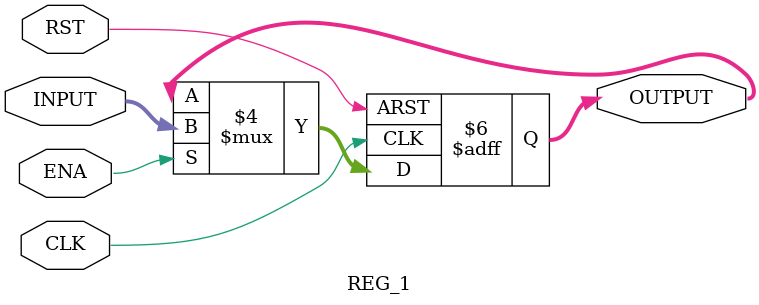
<source format=sv>
/******************************************************************************
***                                                                         ***
*** Ece 526L Experiment #10                       German Zepeda, Fall 2017  ***
*** Experiment #10, RISC-Y						                            ***
*******************************************************************************
*** Filename: REG_1.sv                                                      ***
***                                                                         ***
*******************************************************************************
*/
`timescale 1 ns /1ns
module REG_1 (
	CLK,
	RST,
	ENA,
	INPUT,
	OUTPUT
);
	//parameter
	parameter SIZE = 8;
	//input
	input CLK,RST,ENA;//RST is active low
	input[SIZE-1:0] INPUT;
	//output
	output reg [SIZE-1:0] OUTPUT;
	always@(posedge CLK or negedge RST)begin
		if(!RST)
			OUTPUT<='b0;
		else if(ENA)
			OUTPUT<=INPUT;
		else OUTPUT<=OUTPUT;
	end
endmodule
</source>
